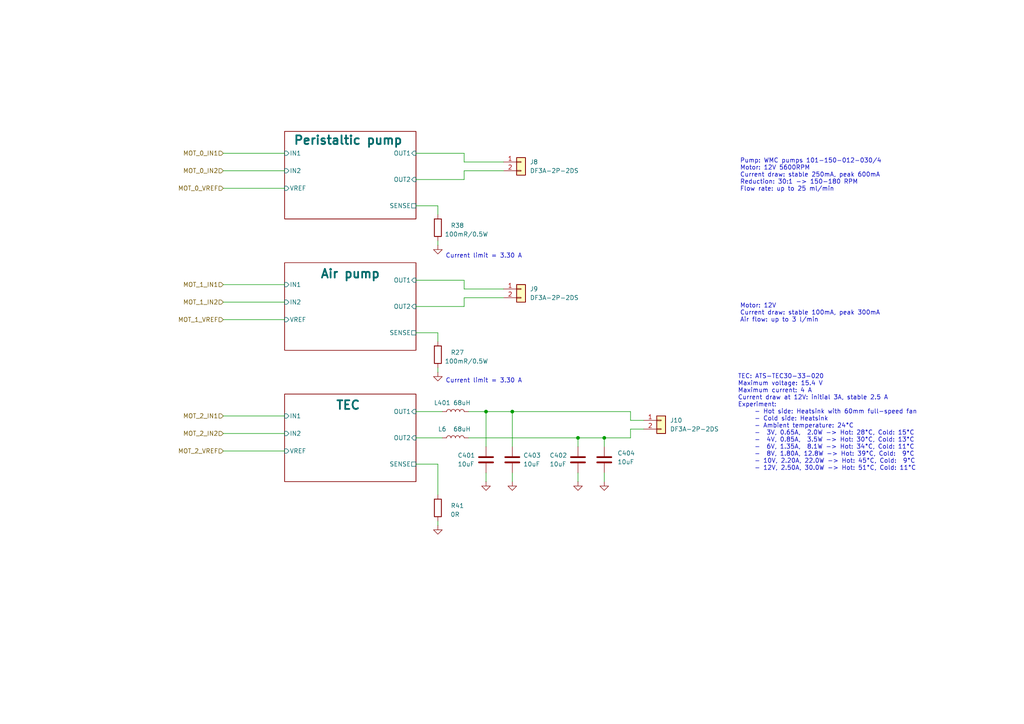
<source format=kicad_sch>
(kicad_sch (version 20231120) (generator "eeschema") (generator_version "8.0")
  (paper "A4")
  (title_block (title "Control board") (date "2024-06-11") (rev "${VERSION}") (company "TrendBit s.r.o.") (comment 1 "Designed by: Petr Malaník"))
  (lib_symbols
    (symbol "Connector_Generic:Conn_01x02" (pin_names (offset 1.016) hide)
      (property "Reference" "J" (at 0 2.54 0))
      (property "Value" "Conn_01x02" (at 0 -5.08 0))
      (symbol "Conn_01x02_1_1"
        (rectangle (start -1.27 -2.413) (end 0 -2.667) (stroke (width 0.1524)))
        (rectangle (start -1.27 0.127) (end 0 -0.127) (stroke (width 0.1524)))
        (rectangle (start -1.27 1.27) (end 1.27 -3.81) (stroke (width 0.254)) (fill (type background)))
        (pin passive line (at -5.08 0 0) (length 3.81) (name "Pin_1") (number "1"))
        (pin passive line (at -5.08 -2.54 0) (length 3.81) (name "Pin_2") (number "2"))
      )
    )
    (symbol "Device:C" (pin_numbers hide) (pin_names (offset 0.254))
      (property "Reference" "C" (at 0.635 2.54 0))
      (property "Value" "C" (at 0.635 -2.54 0))
      (symbol "C_0_1"
        (polyline (pts (xy -2.032 -0.762) (xy 2.032 -0.762)) (stroke (width 0.508)))
        (polyline (pts (xy -2.032 0.762) (xy 2.032 0.762)) (stroke (width 0.508)))
      )
      (symbol "C_1_1"
        (pin passive line (at 0 3.81 270) (length 2.794) (name "~") (number "1"))
        (pin passive line (at 0 -3.81 90) (length 2.794) (name "~") (number "2"))
      )
    )
    (symbol "Device:L" (pin_numbers hide) (pin_names (offset 1.016) hide)
      (property "Reference" "L" (at -1.27 0 90))
      (property "Value" "L" (at 1.905 0 90))
      (symbol "L_0_1"
        (arc (start 0 -2.54) (mid 0.6323 -1.905) (end 0 -1.27))
        (arc (start 0 -1.27) (mid 0.6323 -0.635) (end 0 0))
        (arc (start 0 0) (mid 0.6323 0.635) (end 0 1.27))
        (arc (start 0 1.27) (mid 0.6323 1.905) (end 0 2.54))
      )
      (symbol "L_1_1"
        (pin passive line (at 0 3.81 270) (length 1.27) (name "1") (number "1"))
        (pin passive line (at 0 -3.81 90) (length 1.27) (name "2") (number "2"))
      )
    )
    (symbol "Device:R" (pin_numbers hide) (pin_names (offset 0))
      (property "Reference" "R" (at 2.032 0 90))
      (property "Value" "R" (at 0 0 90))
      (symbol "R_0_1"
        (rectangle (start -1.016 -2.54) (end 1.016 2.54) (stroke (width 0.254)))
      )
      (symbol "R_1_1"
        (pin passive line (at 0 3.81 270) (length 1.27) (name "~") (number "1"))
        (pin passive line (at 0 -3.81 90) (length 1.27) (name "~") (number "2"))
      )
    )
    (symbol "power:GND" (power) (pin_numbers hide) (pin_names (offset 0) hide)
      (property "Value" "GND" (at 0 -3.81 0))
      (symbol "GND_0_1"
        (polyline (pts (xy 0 0) (xy 0 -1.27) (xy 1.27 -1.27) (xy 0 -2.54) (xy -1.27 -1.27) (xy 0 -1.27)))
      )
      (symbol "GND_1_1"
        (pin power_in line (at 0 0 270) (length 0) (name "~") (number "1"))
      )
    )
  )
  (junction (at 148.59 119.38))
  (junction (at 175.26 127))
  (junction (at 140.97 119.38))
  (junction (at 167.64 127))
  (wire (pts (xy 146.05 86.36) (xy 134.62 86.36)))
  (wire (pts (xy 134.62 86.36) (xy 134.62 88.9)))
  (wire (pts (xy 167.64 127) (xy 167.64 129.54)))
  (wire (pts (xy 120.65 44.45) (xy 134.62 44.45)))
  (wire (pts (xy 182.88 121.92) (xy 182.88 119.38)))
  (wire (pts (xy 64.77 87.63) (xy 82.55 87.63)))
  (wire (pts (xy 167.64 137.16) (xy 167.64 139.7)))
  (wire (pts (xy 120.65 96.52) (xy 127 96.52)))
  (wire (pts (xy 182.88 121.92) (xy 186.69 121.92)))
  (wire (pts (xy 140.97 137.16) (xy 140.97 139.7)))
  (wire (pts (xy 64.77 120.65) (xy 82.55 120.65)))
  (wire (pts (xy 134.62 49.53) (xy 134.62 52.07)))
  (wire (pts (xy 134.62 88.9) (xy 120.65 88.9)))
  (wire (pts (xy 175.26 127) (xy 175.26 129.54)))
  (wire (pts (xy 134.62 46.99) (xy 146.05 46.99)))
  (wire (pts (xy 127 71.12) (xy 127 69.85)))
  (wire (pts (xy 64.77 44.45) (xy 82.55 44.45)))
  (wire (pts (xy 120.65 119.38) (xy 128.27 119.38)))
  (wire (pts (xy 127 152.4) (xy 127 151.13)))
  (wire (pts (xy 127 59.69) (xy 127 62.23)))
  (wire (pts (xy 146.05 49.53) (xy 134.62 49.53)))
  (wire (pts (xy 120.65 59.69) (xy 127 59.69)))
  (wire (pts (xy 148.59 119.38) (xy 148.59 129.54)))
  (wire (pts (xy 64.77 125.73) (xy 82.55 125.73)))
  (wire (pts (xy 120.65 81.28) (xy 134.62 81.28)))
  (wire (pts (xy 64.77 49.53) (xy 82.55 49.53)))
  (wire (pts (xy 148.59 137.16) (xy 148.59 139.7)))
  (wire (pts (xy 134.62 83.82) (xy 146.05 83.82)))
  (wire (pts (xy 148.59 119.38) (xy 182.88 119.38)))
  (wire (pts (xy 127 96.52) (xy 127 99.06)))
  (wire (pts (xy 167.64 127) (xy 175.26 127)))
  (wire (pts (xy 175.26 137.16) (xy 175.26 139.7)))
  (wire (pts (xy 175.26 127) (xy 182.88 127)))
  (wire (pts (xy 135.89 119.38) (xy 140.97 119.38)))
  (wire (pts (xy 182.88 124.46) (xy 182.88 127)))
  (wire (pts (xy 127 107.95) (xy 127 106.68)))
  (wire (pts (xy 64.77 54.61) (xy 82.55 54.61)))
  (wire (pts (xy 64.77 82.55) (xy 82.55 82.55)))
  (wire (pts (xy 134.62 44.45) (xy 134.62 46.99)))
  (wire (pts (xy 64.77 130.81) (xy 82.55 130.81)))
  (wire (pts (xy 120.65 127) (xy 128.27 127)))
  (wire (pts (xy 127 134.62) (xy 127 143.51)))
  (wire (pts (xy 134.62 81.28) (xy 134.62 83.82)))
  (wire (pts (xy 64.77 92.71) (xy 82.55 92.71)))
  (wire (pts (xy 140.97 119.38) (xy 148.59 119.38)))
  (wire (pts (xy 120.65 134.62) (xy 127 134.62)))
  (wire (pts (xy 134.62 52.07) (xy 120.65 52.07)))
  (wire (pts (xy 186.69 124.46) (xy 182.88 124.46)))
  (wire (pts (xy 140.97 119.38) (xy 140.97 129.54)))
  (wire (pts (xy 135.89 127) (xy 167.64 127)))
  (text "TEC: ATS-TEC30-33-020\nMaximum voltage: 15.4 V\nMaximum current: 4 A\nCurrent draw at 12V: initial 3A, stable 2.5 A\nExperiment:\n	- Hot side: Heatsink with 60mm full-speed fan\n	- Cold side: Heatsink\n	- Ambient temperature: 24°C\n	-  3V, 0.65A,  2.0W -> Hot: 28°C, Cold: 15°C\n	-  4V, 0.85A,  3.5W -> Hot: 30°C, Cold: 13°C\n	-  6V, 1.35A,  8.1W -> Hot: 34°C, Cold: 11°C\n	-  8V, 1.80A, 12.8W -> Hot: 39°C, Cold:  9°C\n	- 10V, 2.20A, 22.0W -> Hot: 45°C, Cold:  9°C\n	- 12V, 2.50A, 30.0W -> Hot: 51°C, Cold: 11°C" (at 213.995 122.555 0) (effects (font (size 1.27 1.27)) (justify left)))
  (text "Pump: WMC pumps 101-150-012-030/4\nMotor: 12V 5600RPM\nCurrent draw: stable 250mA, peak 600mA\nReduction: 30:1 -> 150-180 RPM\nFlow rate: up to 25 ml/min" (at 214.63 50.8 0) (effects (font (size 1.27 1.27)) (justify left)))
  (text "Current limit = 3.30 A" (at 140.335 110.49 0) (effects (font (size 1.27 1.27))))
  (text "Current limit = 3.30 A" (at 140.335 74.295 0) (effects (font (size 1.27 1.27))))
  (text "Motor: 12V\nCurrent draw: stable 100mA, peak 300mA\nAir flow: up to 3 l/min" (at 214.63 90.805 0) (effects (font (size 1.27 1.27)) (justify left)))
  (hierarchical_label "MOT_2_IN1" (shape input) (at 64.77 120.65 180))
  (hierarchical_label "MOT_2_IN2" (shape input) (at 64.77 125.73 180))
  (hierarchical_label "MOT_2_VREF" (shape input) (at 64.77 130.81 180))
  (hierarchical_label "MOT_0_IN2" (shape input) (at 64.77 49.53 180))
  (hierarchical_label "MOT_1_IN1" (shape input) (at 64.77 82.55 180))
  (hierarchical_label "MOT_1_IN2" (shape input) (at 64.77 87.63 180))
  (hierarchical_label "MOT_0_VREF" (shape input) (at 64.77 54.61 180))
  (hierarchical_label "MOT_0_IN1" (shape input) (at 64.77 44.45 180))
  (hierarchical_label "MOT_1_VREF" (shape input) (at 64.77 92.71 180))
  (symbol (lib_id "power:GND") (at 148.59 139.7 0) (unit 1)
    (property "Reference" "#PWR0403" (effects (hide yes)))
    (property "Value" "GND" (effects (hide yes)))
    (property "Description" "Power symbol creates a global label with name \"GND\" , ground" (effects (hide yes)))
  )
  (symbol (lib_id "power:GND") (at 175.26 139.7 0) (unit 1)
    (property "Reference" "#PWR0404" (effects (hide yes)))
    (property "Value" "GND" (effects (hide yes)))
    (property "Description" "Power symbol creates a global label with name \"GND\" , ground" (effects (hide yes)))
  )
  (symbol (lib_id "Device:L") (at 132.08 127 90) (unit 1)
    (property "Reference" "L6" (at 128.27 124.46 90))
    (property "Value" "68uH" (at 133.985 124.46 90))
    (property "Footprint" "Inductor_SMD:L_Sumida_CDMC6D28_7.25x6.5mm" (effects (hide yes)))
    (property "Description" "Inductor" (effects (hide yes)))
    (property "LCSC" "C5189964" (effects (hide yes)))
    (property "MPN" "CYA0650-68UH" (effects (hide yes)))
  )
  (symbol (lib_id "power:GND") (at 167.64 139.7 0) (unit 1)
    (property "Reference" "#PWR0402" (effects (hide yes)))
    (property "Value" "GND" (effects (hide yes)))
    (property "Description" "Power symbol creates a global label with name \"GND\" , ground" (effects (hide yes)))
  )
  (symbol (lib_id "Device:R") (at 127 66.04 180) (unit 1)
    (property "Reference" "R38" (at 134.62 65.405 0) (effects (justify left)))
    (property "Value" "100mR/0.5W" (at 141.605 67.945 0) (effects (justify left)))
    (property "Footprint" "Resistor_SMD:R_1210_3225Metric" (effects (hide yes)))
    (property "LCSC" "C270892" (effects (hide yes)))
  )
  (symbol (lib_id "Device:R") (at 127 102.87 180) (unit 1)
    (property "Reference" "R27" (at 134.62 102.235 0) (effects (justify left)))
    (property "Value" "100mR/0.5W" (at 141.605 104.775 0) (effects (justify left)))
    (property "Footprint" "Resistor_SMD:R_1210_3225Metric" (effects (hide yes)))
    (property "LCSC" "C270892" (effects (hide yes)))
  )
  (symbol (lib_id "Connector_Generic:Conn_01x02") (at 151.13 83.82 0) (unit 1)
    (property "Reference" "J9" (at 153.67 83.8199 0) (effects (justify left)))
    (property "Value" "DF3A-2P-2DS" (at 153.67 86.3599 0) (effects (justify left)))
    (property "Footprint" "TCY_connectors:Hirose_DF3A-02P-2DS_1x02_P2.00mm_Horizontal" (effects (hide yes)))
    (property "Description" "Generic connector, single row, 01x02, script generated (kicad-library-utils/schlib/autogen/connector/)" (effects (hide yes)))
    (property "LCSC" "C531024" (effects (hide yes)))
    (property "MPN" " DF3A-2P-2DS" (effects (hide yes)))
  )
  (symbol (lib_id "power:GND") (at 127 71.12 0) (unit 1)
    (property "Reference" "#PWR081" (effects (hide yes)))
    (property "Value" "GND" (effects (hide yes)))
    (property "Description" "Power symbol creates a global label with name \"GND\" , ground" (effects (hide yes)))
  )
  (symbol (lib_id "Connector_Generic:Conn_01x02") (at 151.13 46.99 0) (unit 1)
    (property "Reference" "J8" (at 153.67 46.9899 0) (effects (justify left)))
    (property "Value" "DF3A-2P-2DS" (at 153.67 49.5299 0) (effects (justify left)))
    (property "Footprint" "TCY_connectors:Hirose_DF3A-02P-2DS_1x02_P2.00mm_Horizontal" (effects (hide yes)))
    (property "Description" "Generic connector, single row, 01x02, script generated (kicad-library-utils/schlib/autogen/connector/)" (effects (hide yes)))
    (property "LCSC" "C531024" (effects (hide yes)))
    (property "MPN" " DF3A-2P-2DS" (effects (hide yes)))
  )
  (symbol (lib_id "Connector_Generic:Conn_01x02") (at 191.77 121.92 0) (unit 1)
    (property "Reference" "J10" (at 194.31 121.9199 0) (effects (justify left)))
    (property "Value" "DF3A-2P-2DS" (at 194.31 124.4599 0) (effects (justify left)))
    (property "Footprint" "TCY_connectors:Hirose_DF3A-02P-2DS_1x02_P2.00mm_Horizontal" (effects (hide yes)))
    (property "Description" "Generic connector, single row, 01x02, script generated (kicad-library-utils/schlib/autogen/connector/)" (effects (hide yes)))
    (property "LCSC" "C531024" (effects (hide yes)))
    (property "MPN" " DF3A-2P-2DS" (effects (hide yes)))
  )
  (symbol (lib_id "Device:L") (at 132.08 119.38 90) (unit 1)
    (property "Reference" "L401" (at 128.27 116.84 90))
    (property "Value" "68uH" (at 133.985 116.84 90))
    (property "Footprint" "Inductor_SMD:L_Sumida_CDMC6D28_7.25x6.5mm" (effects (hide yes)))
    (property "Description" "Inductor" (effects (hide yes)))
    (property "LCSC" "C5189964" (effects (hide yes)))
    (property "MPN" "CYA0650-68UH" (effects (hide yes)))
  )
  (symbol (lib_id "Device:C") (at 140.97 133.35 0) (unit 1)
    (property "Reference" "C401" (at 132.715 132.08 0) (effects (justify left)))
    (property "Value" "10uF" (at 132.715 134.62 0) (effects (justify left)))
    (property "Footprint" "Capacitor_SMD:C_0805_2012Metric" (effects (hide yes)))
    (property "Description" "Unpolarized capacitor" (effects (hide yes)))
    (property "LCSC" "C15850" (effects (hide yes)))
  )
  (symbol (lib_id "Device:C") (at 175.26 133.35 0) (unit 1)
    (property "Reference" "C404" (at 179.07 131.445 0) (effects (justify left)))
    (property "Value" "10uF" (at 179.07 133.985 0) (effects (justify left)))
    (property "Footprint" "Capacitor_SMD:C_0805_2012Metric" (effects (hide yes)))
    (property "Description" "Unpolarized capacitor" (effects (hide yes)))
    (property "LCSC" "C15850" (effects (hide yes)))
  )
  (symbol (lib_id "Device:C") (at 148.59 133.35 0) (unit 1)
    (property "Reference" "C403" (at 151.765 132.08 0) (effects (justify left)))
    (property "Value" "10uF" (at 151.765 134.62 0) (effects (justify left)))
    (property "Footprint" "Capacitor_SMD:C_0805_2012Metric" (effects (hide yes)))
    (property "Description" "Unpolarized capacitor" (effects (hide yes)))
    (property "LCSC" "C15850" (effects (hide yes)))
  )
  (symbol (lib_id "power:GND") (at 127 152.4 0) (unit 1)
    (property "Reference" "#PWR0128" (effects (hide yes)))
    (property "Value" "GND" (effects (hide yes)))
    (property "Description" "Power symbol creates a global label with name \"GND\" , ground" (effects (hide yes)))
  )
  (symbol (lib_id "Device:R") (at 127 147.32 180) (unit 1)
    (property "Reference" "R41" (at 134.62 146.685 0) (effects (justify left)))
    (property "Value" "0R" (at 133.35 149.225 0) (effects (justify left)))
    (property "Footprint" "Resistor_SMD:R_0603_1608Metric" (effects (hide yes)))
    (property "LCSC" "C21189" (effects (hide yes)))
  )
  (symbol (lib_id "power:GND") (at 140.97 139.7 0) (unit 1)
    (property "Reference" "#PWR0401" (effects (hide yes)))
    (property "Value" "GND" (effects (hide yes)))
    (property "Description" "Power symbol creates a global label with name \"GND\" , ground" (effects (hide yes)))
  )
  (symbol (lib_id "Device:C") (at 167.64 133.35 0) (unit 1)
    (property "Reference" "C402" (at 159.385 132.08 0) (effects (justify left)))
    (property "Value" "10uF" (at 159.385 134.62 0) (effects (justify left)))
    (property "Footprint" "Capacitor_SMD:C_0805_2012Metric" (effects (hide yes)))
    (property "Description" "Unpolarized capacitor" (effects (hide yes)))
    (property "LCSC" "C15850" (effects (hide yes)))
  )
  (symbol (lib_id "power:GND") (at 127 107.95 0) (unit 1)
    (property "Reference" "#PWR076" (effects (hide yes)))
    (property "Value" "GND" (effects (hide yes)))
    (property "Description" "Power symbol creates a global label with name \"GND\" , ground" (effects (hide yes)))
  )
  (sheet (at 82.55 38.1) (size 38.1 25.4) (stroke (width 0.1524))
    (property "Sheetname" "Peristaltic pump" (at 100.965 40.64 0) (effects (font (size 2.5 2.5) (bold yes))))
    (property "Sheetfile" "motor.kicad_sch" (effects (hide yes)))
    (pin "IN2" input (at 82.55 49.53 180))
    (pin "IN1" input (at 82.55 44.45 180))
    (pin "OUT1" input (at 120.65 44.45 0))
    (pin "OUT2" input (at 120.65 52.07 0))
    (pin "VREF" input (at 82.55 54.61 180))
    (pin "SENSE" passive (at 120.65 59.69 0))
  )
  (sheet (at 82.55 114.3) (size 38.1 25.4) (stroke (width 0.1524))
    (property "Sheetname" "TEC" (at 100.965 117.475 0) (effects (font (size 2.5 2.5) (bold yes))))
    (property "Sheetfile" "motor.kicad_sch" (effects (hide yes)))
    (pin "IN2" input (at 82.55 125.73 180))
    (pin "IN1" input (at 82.55 120.65 180))
    (pin "OUT1" input (at 120.65 119.38 0))
    (pin "OUT2" input (at 120.65 127 0))
    (pin "VREF" input (at 82.55 130.81 180))
    (pin "SENSE" passive (at 120.65 134.62 0))
  )
  (sheet (at 82.55 76.2) (size 38.1 25.4) (stroke (width 0.1524))
    (property "Sheetname" "Air pump" (at 101.6 79.375 0) (effects (font (size 2.5 2.5) (bold yes))))
    (property "Sheetfile" "motor.kicad_sch" (effects (hide yes)))
    (pin "IN2" input (at 82.55 87.63 180))
    (pin "IN1" input (at 82.55 82.55 180))
    (pin "OUT1" input (at 120.65 81.28 0))
    (pin "OUT2" input (at 120.65 88.9 0))
    (pin "VREF" input (at 82.55 92.71 180))
    (pin "SENSE" passive (at 120.65 96.52 0))
  )
)
</source>
